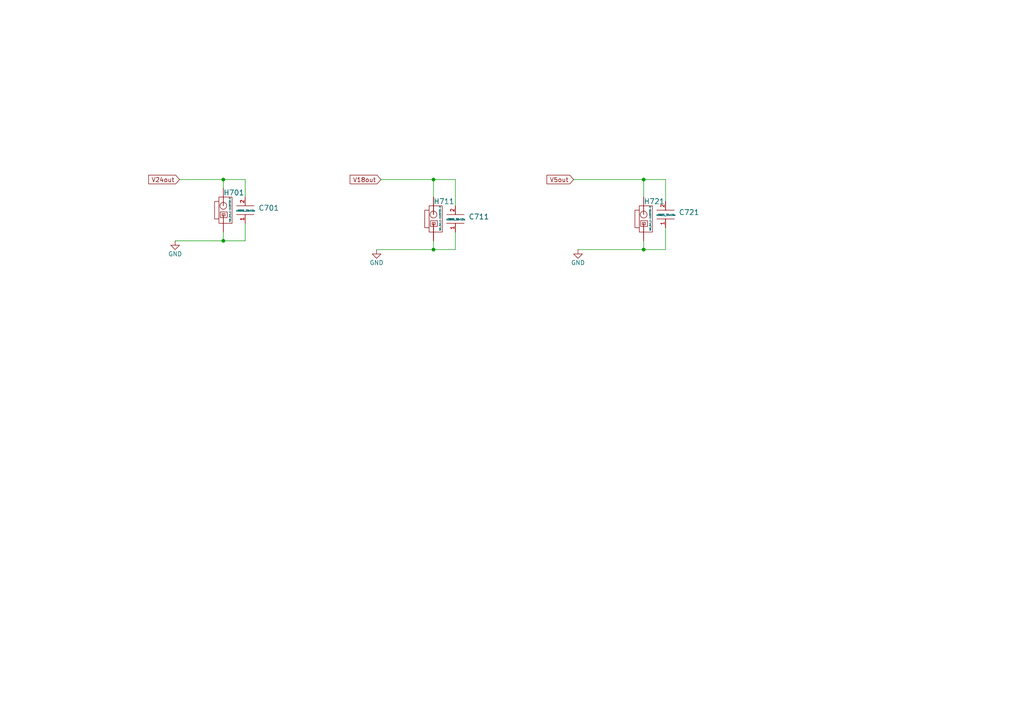
<source format=kicad_sch>
(kicad_sch (version 20211123) (generator eeschema)
  (paper "A4")
  (lib_symbols
    (symbol "1003_cap:c0805_35v10u" (pin_names (offset 0.254))
      (property "Reference" "C" (at 1.27 -2.54 0))
      (property "Value" "c0805_35v10u" (at 0.127 -0.127 0))
      (symbol "c0805_35v10u_0_1"
        (polyline (pts (xy 2.54 -1.27) (xy -2.54 -1.27)))
        (polyline (pts (xy 2.54 1.27) (xy -2.54 1.27)))
      )
      (symbol "c0805_35v10u_1_1"
        (pin passive line (at 0 -3.81 90) (length 2.54) (name "~") (number "1"))
        (pin passive line (at 0 3.81 270) (length 2.54) (name "~") (number "2"))
      )
    )
    (symbol "1008_hdr:hdr_2x1_1-1123723-2" (pin_numbers hide) (pin_names (offset 0))
      (property "Reference" "H" (at 3.81 2.667 0))
      (property "Value" "hdr_2x1_1-1123723-2" (at 0.127 -1.905 0))
      (symbol "hdr_2x1_1-1123723-2_0_1"
        (polyline (pts (xy -2.159 0.889) (xy -2.159 -1.143) (xy -0.508 -1.143) (xy -0.508 0.889) (xy -2.032 0.889)))
        (polyline (pts (xy -1.651 0.381) (xy -1.651 -0.508) (xy -1.016 -0.508) (xy -1.016 0.381) (xy -1.651 0.381)))
        (polyline (pts (xy -2.54 1.27) (xy -2.54 2.54) (xy 2.54 2.54) (xy 2.54 1.27) (xy -3.81 1.27) (xy -3.81 -2.54) (xy 3.81 -2.54) (xy 3.81 1.27) (xy 2.54 1.27)))
        (circle (center 1.27 0) (radius 0.9919))
      )
      (symbol "hdr_2x1_1-1123723-2_1_1"
        (pin passive line (at -6.35 0 0) (length 5.08) (name "~") (number "1"))
        (pin passive line (at 6.35 0 180) (length 5.08) (name "~") (number "2"))
      )
    )
    (symbol "power:GND" (power) (pin_names (offset 0))
      (property "Value" "GND" (at 0 -3.81 0))
      (symbol "GND_0_1"
        (polyline (pts (xy 0 0) (xy 0 -1.27) (xy 1.27 -1.27) (xy 0 -2.54) (xy -1.27 -1.27) (xy 0 -1.27)))
      )
      (symbol "GND_1_1"
        (pin power_in line (at 0 0 270) (length 0) hide (name "GND") (number "1"))
      )
    )
  )
  (junction (at 64.77 69.85))
  (junction (at 64.77 52.07))
  (junction (at 186.69 52.07))
  (junction (at 125.73 52.07))
  (junction (at 125.73 72.39))
  (junction (at 186.69 72.39))
  (wire (pts (xy 52.07 52.07) (xy 64.77 52.07)))
  (wire (pts (xy 186.69 72.39) (xy 193.04 72.39)))
  (wire (pts (xy 193.04 58.42) (xy 193.04 52.07)))
  (wire (pts (xy 64.77 69.85) (xy 64.77 67.31)))
  (wire (pts (xy 109.22 72.39) (xy 125.73 72.39)))
  (wire (pts (xy 193.04 72.39) (xy 193.04 66.04)))
  (wire (pts (xy 193.04 52.07) (xy 186.69 52.07)))
  (wire (pts (xy 125.73 69.85) (xy 125.73 72.39)))
  (wire (pts (xy 64.77 52.07) (xy 71.12 52.07)))
  (wire (pts (xy 71.12 52.07) (xy 71.12 57.15)))
  (wire (pts (xy 167.64 72.39) (xy 186.69 72.39)))
  (wire (pts (xy 132.08 52.07) (xy 132.08 59.69)))
  (wire (pts (xy 71.12 64.77) (xy 71.12 69.85)))
  (wire (pts (xy 186.69 57.15) (xy 186.69 52.07)))
  (wire (pts (xy 125.73 52.07) (xy 125.73 57.15)))
  (wire (pts (xy 186.69 52.07) (xy 166.37 52.07)))
  (wire (pts (xy 132.08 72.39) (xy 132.08 67.31)))
  (wire (pts (xy 125.73 72.39) (xy 132.08 72.39)))
  (wire (pts (xy 186.69 69.85) (xy 186.69 72.39)))
  (wire (pts (xy 110.49 52.07) (xy 125.73 52.07)))
  (wire (pts (xy 71.12 69.85) (xy 64.77 69.85)))
  (wire (pts (xy 64.77 52.07) (xy 64.77 54.61)))
  (wire (pts (xy 50.8 69.85) (xy 64.77 69.85)))
  (wire (pts (xy 125.73 52.07) (xy 132.08 52.07)))
  (global_label "V24out" (shape input) (at 52.07 52.07 180) (property "Intersheet References" "${INTERSHEET_REFS}" (effects hide)))
  (global_label "V5out" (shape input) (at 166.37 52.07 180) (property "Intersheet References" "${INTERSHEET_REFS}" (effects hide)))
  (global_label "V18out" (shape input) (at 110.49 52.07 180) (property "Intersheet References" "${INTERSHEET_REFS}" (effects hide)))
  (symbol (lib_id "power:GND") (at 109.22 72.39 0) (unit 1)
    (property "Reference" "#PWR0115" (effects hide))
    (property "Value" "GND" (at 109.22 76.2 0))
  )
  (symbol (lib_id "power:GND") (at 50.8 69.85 0) (unit 1)
    (property "Reference" "#PWR0116" (effects hide))
    (property "Value" "GND" (at 50.8 73.66 0))
  )
  (symbol (lib_id "1008_hdr:hdr_2x1_1-1123723-2") (at 125.73 63.5 90) (unit 1)
    (property "Reference" "H711" (at 125.73 58.42 90) (effects (font (size 1.5 1.5)) (justify right)))
    (property "Value" "hdr_2x1_1-1123723-2" (at 127.635 63.373 0) (effects (font (size 0.4 0.4))))
    (property "Footprint" "02_dyn_pcblib:hdr_2x1_1-1123723-2" (effects hide))
    (property "PartNum" "1-1123723-2" (effects hide))
    (property "PartDesc" "Connector Header Through Hole 2 position 0.156\" (3.96mm)" (effects hide))
  )
  (symbol (lib_id "1008_hdr:hdr_2x1_1-1123723-2") (at 64.77 60.96 90) (unit 1)
    (property "Reference" "H701" (at 64.77 55.88 90) (effects (font (size 1.5 1.5)) (justify right)))
    (property "Value" "hdr_2x1_1-1123723-2" (at 66.675 60.833 0) (effects (font (size 0.4 0.4))))
    (property "Footprint" "02_dyn_pcblib:hdr_2x1_1-1123723-2" (effects hide))
    (property "PartNum" "1-1123723-2" (effects hide))
    (property "PartDesc" "Connector Header Through Hole 2 position 0.156\" (3.96mm)" (effects hide))
  )
  (symbol (lib_id "1003_cap:c0805_35v10u") (at 132.08 63.5 0) (unit 1)
    (property "Reference" "C711" (at 135.89 62.865 0) (effects (font (size 1.5 1.5)) (justify left)))
    (property "Value" "c0805_35v10u" (at 132.207 63.627 0) (effects (font (size 0.5 0.5))))
    (property "Footprint" "02_dyn_pcblib:C0805mix0603" (effects hide))
    (property "PartNum" "C2012X5R1V106M085AC" (effects hide))
  )
  (symbol (lib_id "1008_hdr:hdr_2x1_1-1123723-2") (at 186.69 63.5 90) (unit 1)
    (property "Reference" "H721" (at 186.69 58.42 90) (effects (font (size 1.5 1.5)) (justify right)))
    (property "Value" "hdr_2x1_1-1123723-2" (at 188.595 63.373 0) (effects (font (size 0.4 0.4))))
    (property "Footprint" "02_dyn_pcblib:hdr_2x1_1-1123723-2" (effects hide))
    (property "PartNum" "1-1123723-2" (effects hide))
    (property "PartDesc" "Connector Header Through Hole 2 position 0.156\" (3.96mm)" (effects hide))
  )
  (symbol (lib_id "power:GND") (at 167.64 72.39 0) (unit 1)
    (property "Reference" "#PWR0114" (effects hide))
    (property "Value" "GND" (at 167.64 76.2 0))
  )
  (symbol (lib_id "1003_cap:c0805_35v10u") (at 193.04 62.23 0) (unit 1)
    (property "Reference" "C721" (at 196.85 61.595 0) (effects (font (size 1.5 1.5)) (justify left)))
    (property "Value" "c0805_35v10u" (at 193.167 62.357 0) (effects (font (size 0.5 0.5))))
    (property "Footprint" "02_dyn_pcblib:C0805mix0603" (effects hide))
    (property "PartNum" "C2012X5R1V106M085AC" (effects hide))
  )
  (symbol (lib_id "1003_cap:c0805_35v10u") (at 71.12 60.96 0) (unit 1)
    (property "Reference" "C701" (at 74.93 60.325 0) (effects (font (size 1.5 1.5)) (justify left)))
    (property "Value" "c0805_35v10u" (at 71.247 61.087 0) (effects (font (size 0.5 0.5))))
    (property "Footprint" "02_dyn_pcblib:C0805mix0603" (effects hide))
    (property "PartNum" "C2012X5R1V106M085AC" (effects hide))
  )
)
</source>
